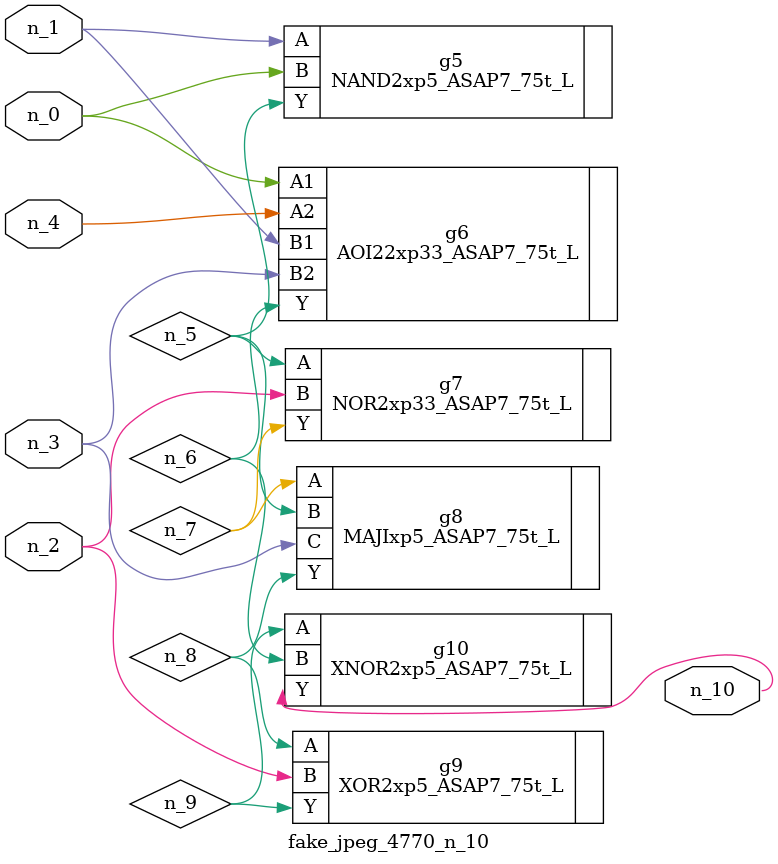
<source format=v>
module fake_jpeg_4770_n_10 (n_3, n_2, n_1, n_0, n_4, n_10);

input n_3;
input n_2;
input n_1;
input n_0;
input n_4;

output n_10;

wire n_8;
wire n_9;
wire n_6;
wire n_5;
wire n_7;

NAND2xp5_ASAP7_75t_L g5 ( 
.A(n_1),
.B(n_0),
.Y(n_5)
);

AOI22xp33_ASAP7_75t_L g6 ( 
.A1(n_0),
.A2(n_4),
.B1(n_1),
.B2(n_3),
.Y(n_6)
);

NOR2xp33_ASAP7_75t_L g7 ( 
.A(n_5),
.B(n_2),
.Y(n_7)
);

MAJIxp5_ASAP7_75t_L g8 ( 
.A(n_7),
.B(n_5),
.C(n_3),
.Y(n_8)
);

XOR2xp5_ASAP7_75t_L g9 ( 
.A(n_8),
.B(n_2),
.Y(n_9)
);

XNOR2xp5_ASAP7_75t_L g10 ( 
.A(n_9),
.B(n_6),
.Y(n_10)
);


endmodule
</source>
